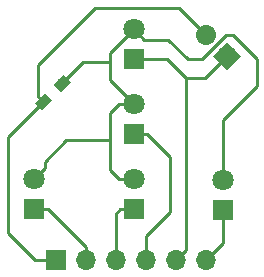
<source format=gbr>
G04 #@! TF.GenerationSoftware,KiCad,Pcbnew,5.0.1*
G04 #@! TF.CreationDate,2019-01-22T15:02:09+05:30*
G04 #@! TF.ProjectId,traffic,747261666669632E6B696361645F7063,rev?*
G04 #@! TF.SameCoordinates,Original*
G04 #@! TF.FileFunction,Copper,L2,Bot,Signal*
G04 #@! TF.FilePolarity,Positive*
%FSLAX46Y46*%
G04 Gerber Fmt 4.6, Leading zero omitted, Abs format (unit mm)*
G04 Created by KiCad (PCBNEW 5.0.1) date Tue 22 Jan 2019 03:02:09 PM IST*
%MOMM*%
%LPD*%
G01*
G04 APERTURE LIST*
G04 #@! TA.AperFunction,ComponentPad*
%ADD10C,1.700000*%
G04 #@! TD*
G04 #@! TA.AperFunction,Conductor*
%ADD11C,1.700000*%
G04 #@! TD*
G04 #@! TA.AperFunction,Conductor*
%ADD12C,0.100000*%
G04 #@! TD*
G04 #@! TA.AperFunction,ComponentPad*
%ADD13C,1.800000*%
G04 #@! TD*
G04 #@! TA.AperFunction,ComponentPad*
%ADD14R,1.800000X1.800000*%
G04 #@! TD*
G04 #@! TA.AperFunction,ComponentPad*
%ADD15O,1.700000X1.700000*%
G04 #@! TD*
G04 #@! TA.AperFunction,ComponentPad*
%ADD16R,1.700000X1.700000*%
G04 #@! TD*
G04 #@! TA.AperFunction,SMDPad,CuDef*
%ADD17C,0.900000*%
G04 #@! TD*
G04 #@! TA.AperFunction,Conductor*
%ADD18C,0.250000*%
G04 #@! TD*
G04 APERTURE END LIST*
D10*
G04 #@! TO.P,J2,2*
G04 #@! TO.N,+5C*
X153397949Y-86595949D03*
D11*
G04 #@! TD*
G04 #@! TO.N,+5C*
G04 #@! TO.C,J2*
X153397949Y-86595949D02*
X153397949Y-86595949D01*
D10*
G04 #@! TO.P,J2,1*
G04 #@! TO.N,Net-(D5-Pad1)*
X155194000Y-88392000D03*
D12*
G04 #@! TD*
G04 #@! TO.N,Net-(D5-Pad1)*
G04 #@! TO.C,J2*
G36*
X155194000Y-87189918D02*
X156396082Y-88392000D01*
X155194000Y-89594082D01*
X153991918Y-88392000D01*
X155194000Y-87189918D01*
X155194000Y-87189918D01*
G37*
D13*
G04 #@! TO.P,D5,2*
G04 #@! TO.N,Net-(D1-Pad2)*
X147320000Y-86106000D03*
D14*
G04 #@! TO.P,D5,1*
G04 #@! TO.N,Net-(D5-Pad1)*
X147320000Y-88646000D03*
G04 #@! TD*
G04 #@! TO.P,D4,1*
G04 #@! TO.N,Net-(D4-Pad1)*
X147320000Y-94996000D03*
D13*
G04 #@! TO.P,D4,2*
G04 #@! TO.N,Net-(D1-Pad2)*
X147320000Y-92456000D03*
G04 #@! TD*
G04 #@! TO.P,D3,2*
G04 #@! TO.N,Net-(D1-Pad2)*
X154900000Y-98860000D03*
D14*
G04 #@! TO.P,D3,1*
G04 #@! TO.N,Net-(D3-Pad1)*
X154900000Y-101400000D03*
G04 #@! TD*
G04 #@! TO.P,D2,1*
G04 #@! TO.N,Net-(D2-Pad1)*
X147320000Y-101346000D03*
D13*
G04 #@! TO.P,D2,2*
G04 #@! TO.N,Net-(D1-Pad2)*
X147320000Y-98806000D03*
G04 #@! TD*
G04 #@! TO.P,D1,2*
G04 #@! TO.N,Net-(D1-Pad2)*
X138900000Y-98760000D03*
D14*
G04 #@! TO.P,D1,1*
G04 #@! TO.N,Net-(D1-Pad1)*
X138900000Y-101300000D03*
G04 #@! TD*
D15*
G04 #@! TO.P,J1,6*
G04 #@! TO.N,Net-(D3-Pad1)*
X153416000Y-105664000D03*
G04 #@! TO.P,J1,5*
G04 #@! TO.N,Net-(D5-Pad1)*
X150876000Y-105664000D03*
G04 #@! TO.P,J1,4*
G04 #@! TO.N,Net-(D4-Pad1)*
X148336000Y-105664000D03*
G04 #@! TO.P,J1,3*
G04 #@! TO.N,Net-(D2-Pad1)*
X145796000Y-105664000D03*
G04 #@! TO.P,J1,2*
G04 #@! TO.N,Net-(D1-Pad1)*
X143256000Y-105664000D03*
D16*
G04 #@! TO.P,J1,1*
G04 #@! TO.N,+5C*
X140716000Y-105664000D03*
G04 #@! TD*
D17*
G04 #@! TO.P,R1,2*
G04 #@! TO.N,+5C*
X139668366Y-92233634D03*
D12*
G04 #@! TD*
G04 #@! TO.N,+5C*
G04 #@! TO.C,R1*
G36*
X139774432Y-91491172D02*
X140410828Y-92127568D01*
X139562300Y-92976096D01*
X138925904Y-92339700D01*
X139774432Y-91491172D01*
X139774432Y-91491172D01*
G37*
D17*
G04 #@! TO.P,R1,1*
G04 #@! TO.N,Net-(D1-Pad2)*
X141224000Y-90678000D03*
D12*
G04 #@! TD*
G04 #@! TO.N,Net-(D1-Pad2)*
G04 #@! TO.C,R1*
G36*
X141330066Y-89935538D02*
X141966462Y-90571934D01*
X141117934Y-91420462D01*
X140481538Y-90784066D01*
X141330066Y-89935538D01*
X141330066Y-89935538D01*
G37*
D18*
G04 #@! TO.N,Net-(D1-Pad2)*
X147320000Y-86106000D02*
X145288000Y-88138000D01*
X145288000Y-90424000D02*
X147320000Y-92456000D01*
X147320000Y-92456000D02*
X146047208Y-92456000D01*
X146047208Y-92456000D02*
X145288000Y-93215208D01*
X145796000Y-98554792D02*
X145796000Y-98552000D01*
X146047208Y-98806000D02*
X145796000Y-98554792D01*
X147320000Y-98806000D02*
X146047208Y-98806000D01*
X145288000Y-98044000D02*
X145796000Y-98552000D01*
X145288000Y-93215208D02*
X145288000Y-95504000D01*
X145288000Y-95504000D02*
X145288000Y-98044000D01*
X143002000Y-88900000D02*
X145288000Y-88900000D01*
X141224000Y-90678000D02*
X143002000Y-88900000D01*
X145288000Y-88138000D02*
X145288000Y-88900000D01*
X145288000Y-88900000D02*
X145288000Y-90424000D01*
X139799999Y-97860001D02*
X139799999Y-97300001D01*
X138900000Y-98760000D02*
X139799999Y-97860001D01*
X141596000Y-95504000D02*
X145288000Y-95504000D01*
X139799999Y-97300001D02*
X141596000Y-95504000D01*
X148219999Y-87005999D02*
X150251999Y-87005999D01*
X147320000Y-86106000D02*
X148219999Y-87005999D01*
X150251999Y-87005999D02*
X151892000Y-88646000D01*
X153086900Y-88646000D02*
X155118900Y-86614000D01*
X151892000Y-88646000D02*
X153086900Y-88646000D01*
X155118900Y-86614000D02*
X155702000Y-86614000D01*
X155702000Y-86614000D02*
X157734000Y-88646000D01*
X157734000Y-88646000D02*
X157734000Y-90932000D01*
X154900000Y-93766000D02*
X154900000Y-94488000D01*
X157734000Y-90932000D02*
X154900000Y-93766000D01*
X154900000Y-94488000D02*
X154900000Y-98860000D01*
G04 #@! TO.N,Net-(D1-Pad1)*
X143256000Y-104506000D02*
X143256000Y-105664000D01*
X140050000Y-101300000D02*
X143256000Y-104506000D01*
X138900000Y-101300000D02*
X140050000Y-101300000D01*
G04 #@! TO.N,Net-(D2-Pad1)*
X145796000Y-101720000D02*
X145796000Y-104461919D01*
X146170000Y-101346000D02*
X145796000Y-101720000D01*
X147320000Y-101346000D02*
X146170000Y-101346000D01*
X145796000Y-104461919D02*
X145796000Y-105664000D01*
G04 #@! TO.N,Net-(D3-Pad1)*
X154900000Y-104180000D02*
X153416000Y-105664000D01*
X154900000Y-101400000D02*
X154900000Y-104180000D01*
G04 #@! TO.N,Net-(D4-Pad1)*
X148470000Y-94996000D02*
X150368000Y-96894000D01*
X147320000Y-94996000D02*
X148470000Y-94996000D01*
X150368000Y-96894000D02*
X150368000Y-101600000D01*
X150368000Y-101600000D02*
X148336000Y-103632000D01*
X148336000Y-103632000D02*
X148336000Y-105664000D01*
G04 #@! TO.N,Net-(D5-Pad1)*
X150114000Y-88646000D02*
X147320000Y-88646000D01*
X151725999Y-90257999D02*
X150114000Y-88646000D01*
X151725999Y-104814001D02*
X151725999Y-90257999D01*
X150876000Y-105664000D02*
X151725999Y-104814001D01*
X153328001Y-90257999D02*
X155194000Y-88392000D01*
X151725999Y-90257999D02*
X153328001Y-90257999D01*
G04 #@! TO.N,+5C*
X136652000Y-103378000D02*
X138938000Y-105664000D01*
X138938000Y-105664000D02*
X140716000Y-105664000D01*
X139668366Y-92233634D02*
X136652000Y-95250000D01*
X136652000Y-95250000D02*
X136652000Y-103378000D01*
X151130000Y-84328000D02*
X153397949Y-86595949D01*
X144018000Y-84328000D02*
X151130000Y-84328000D01*
X139192000Y-89154000D02*
X144018000Y-84328000D01*
X139668366Y-92233634D02*
X139192000Y-91757268D01*
X139192000Y-91757268D02*
X139192000Y-89154000D01*
G04 #@! TD*
M02*

</source>
